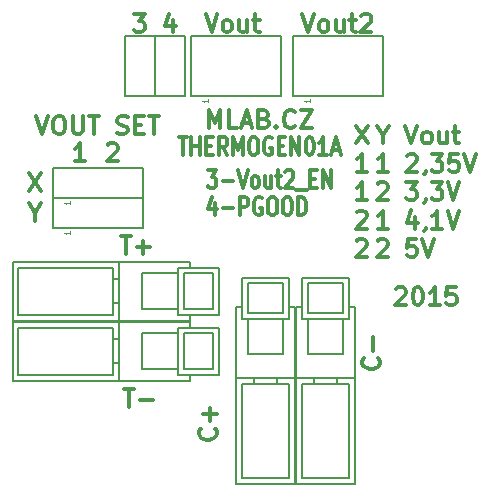
<source format=gbr>
G04 #@! TF.FileFunction,Legend,Top*
%FSLAX46Y46*%
G04 Gerber Fmt 4.6, Leading zero omitted, Abs format (unit mm)*
G04 Created by KiCad (PCBNEW 0.201508241000+6117~28~ubuntu15.04.1-product) date Út 25. srpen 2015, 11:09:19 CEST*
%MOMM*%
G01*
G04 APERTURE LIST*
%ADD10C,0.100000*%
%ADD11C,0.300000*%
%ADD12C,0.150000*%
%ADD13C,0.050000*%
G04 APERTURE END LIST*
D10*
D11*
X13747715Y29277429D02*
X13747715Y28277429D01*
X13390572Y29848857D02*
X13033429Y28777429D01*
X13962001Y28777429D01*
X10422001Y29777429D02*
X11350572Y29777429D01*
X10850572Y29206000D01*
X11064858Y29206000D01*
X11207715Y29134571D01*
X11279144Y29063143D01*
X11350572Y28920286D01*
X11350572Y28563143D01*
X11279144Y28420286D01*
X11207715Y28348857D01*
X11064858Y28277429D01*
X10636286Y28277429D01*
X10493429Y28348857D01*
X10422001Y28420286D01*
X14224858Y19363429D02*
X14910572Y19363429D01*
X14567715Y17863429D02*
X14567715Y19363429D01*
X15310572Y17863429D02*
X15310572Y19363429D01*
X15310572Y18649143D02*
X15996287Y18649143D01*
X15996287Y17863429D02*
X15996287Y19363429D01*
X16567715Y18649143D02*
X16967715Y18649143D01*
X17139144Y17863429D02*
X16567715Y17863429D01*
X16567715Y19363429D01*
X17139144Y19363429D01*
X18339144Y17863429D02*
X17939144Y18577714D01*
X17653429Y17863429D02*
X17653429Y19363429D01*
X18110572Y19363429D01*
X18224858Y19292000D01*
X18282001Y19220571D01*
X18339144Y19077714D01*
X18339144Y18863429D01*
X18282001Y18720571D01*
X18224858Y18649143D01*
X18110572Y18577714D01*
X17653429Y18577714D01*
X18853429Y17863429D02*
X18853429Y19363429D01*
X19253429Y18292000D01*
X19653429Y19363429D01*
X19653429Y17863429D01*
X20453430Y19363429D02*
X20682001Y19363429D01*
X20796287Y19292000D01*
X20910573Y19149143D01*
X20967715Y18863429D01*
X20967715Y18363429D01*
X20910573Y18077714D01*
X20796287Y17934857D01*
X20682001Y17863429D01*
X20453430Y17863429D01*
X20339144Y17934857D01*
X20224858Y18077714D01*
X20167715Y18363429D01*
X20167715Y18863429D01*
X20224858Y19149143D01*
X20339144Y19292000D01*
X20453430Y19363429D01*
X22110573Y19292000D02*
X21996287Y19363429D01*
X21824858Y19363429D01*
X21653430Y19292000D01*
X21539144Y19149143D01*
X21482001Y19006286D01*
X21424858Y18720571D01*
X21424858Y18506286D01*
X21482001Y18220571D01*
X21539144Y18077714D01*
X21653430Y17934857D01*
X21824858Y17863429D01*
X21939144Y17863429D01*
X22110573Y17934857D01*
X22167716Y18006286D01*
X22167716Y18506286D01*
X21939144Y18506286D01*
X22682001Y18649143D02*
X23082001Y18649143D01*
X23253430Y17863429D02*
X22682001Y17863429D01*
X22682001Y19363429D01*
X23253430Y19363429D01*
X23767715Y17863429D02*
X23767715Y19363429D01*
X24453430Y17863429D01*
X24453430Y19363429D01*
X25253430Y19363429D02*
X25367715Y19363429D01*
X25482001Y19292000D01*
X25539144Y19220571D01*
X25596287Y19077714D01*
X25653430Y18792000D01*
X25653430Y18434857D01*
X25596287Y18149143D01*
X25539144Y18006286D01*
X25482001Y17934857D01*
X25367715Y17863429D01*
X25253430Y17863429D01*
X25139144Y17934857D01*
X25082001Y18006286D01*
X25024858Y18149143D01*
X24967715Y18434857D01*
X24967715Y18792000D01*
X25024858Y19077714D01*
X25082001Y19220571D01*
X25139144Y19292000D01*
X25253430Y19363429D01*
X26796287Y17863429D02*
X26110572Y17863429D01*
X26453430Y17863429D02*
X26453430Y19363429D01*
X26339144Y19149143D01*
X26224858Y19006286D01*
X26110572Y18934857D01*
X27253429Y18292000D02*
X27824858Y18292000D01*
X27139144Y17863429D02*
X27539144Y19363429D01*
X27939144Y17863429D01*
X32607572Y6520571D02*
X32679001Y6592000D01*
X32821858Y6663429D01*
X33179001Y6663429D01*
X33321858Y6592000D01*
X33393287Y6520571D01*
X33464715Y6377714D01*
X33464715Y6234857D01*
X33393287Y6020571D01*
X32536144Y5163429D01*
X33464715Y5163429D01*
X34393286Y6663429D02*
X34536143Y6663429D01*
X34679000Y6592000D01*
X34750429Y6520571D01*
X34821858Y6377714D01*
X34893286Y6092000D01*
X34893286Y5734857D01*
X34821858Y5449143D01*
X34750429Y5306286D01*
X34679000Y5234857D01*
X34536143Y5163429D01*
X34393286Y5163429D01*
X34250429Y5234857D01*
X34179000Y5306286D01*
X34107572Y5449143D01*
X34036143Y5734857D01*
X34036143Y6092000D01*
X34107572Y6377714D01*
X34179000Y6520571D01*
X34250429Y6592000D01*
X34393286Y6663429D01*
X36321857Y5163429D02*
X35464714Y5163429D01*
X35893286Y5163429D02*
X35893286Y6663429D01*
X35750429Y6449143D01*
X35607571Y6306286D01*
X35464714Y6234857D01*
X37679000Y6663429D02*
X36964714Y6663429D01*
X36893285Y5949143D01*
X36964714Y6020571D01*
X37107571Y6092000D01*
X37464714Y6092000D01*
X37607571Y6020571D01*
X37679000Y5949143D01*
X37750428Y5806286D01*
X37750428Y5449143D01*
X37679000Y5306286D01*
X37607571Y5234857D01*
X37464714Y5163429D01*
X37107571Y5163429D01*
X36964714Y5234857D01*
X36893285Y5306286D01*
X16760572Y20149429D02*
X16760572Y21649429D01*
X17260572Y20578000D01*
X17760572Y21649429D01*
X17760572Y20149429D01*
X19189144Y20149429D02*
X18474858Y20149429D01*
X18474858Y21649429D01*
X19617715Y20578000D02*
X20332001Y20578000D01*
X19474858Y20149429D02*
X19974858Y21649429D01*
X20474858Y20149429D01*
X21474858Y20935143D02*
X21689144Y20863714D01*
X21760572Y20792286D01*
X21832001Y20649429D01*
X21832001Y20435143D01*
X21760572Y20292286D01*
X21689144Y20220857D01*
X21546286Y20149429D01*
X20974858Y20149429D01*
X20974858Y21649429D01*
X21474858Y21649429D01*
X21617715Y21578000D01*
X21689144Y21506571D01*
X21760572Y21363714D01*
X21760572Y21220857D01*
X21689144Y21078000D01*
X21617715Y21006571D01*
X21474858Y20935143D01*
X20974858Y20935143D01*
X22474858Y20292286D02*
X22546286Y20220857D01*
X22474858Y20149429D01*
X22403429Y20220857D01*
X22474858Y20292286D01*
X22474858Y20149429D01*
X24046287Y20292286D02*
X23974858Y20220857D01*
X23760572Y20149429D01*
X23617715Y20149429D01*
X23403430Y20220857D01*
X23260572Y20363714D01*
X23189144Y20506571D01*
X23117715Y20792286D01*
X23117715Y21006571D01*
X23189144Y21292286D01*
X23260572Y21435143D01*
X23403430Y21578000D01*
X23617715Y21649429D01*
X23760572Y21649429D01*
X23974858Y21578000D01*
X24046287Y21506571D01*
X24546287Y21649429D02*
X25546287Y21649429D01*
X24546287Y20149429D01*
X25546287Y20149429D01*
X24686000Y29777429D02*
X25186000Y28277429D01*
X25686000Y29777429D01*
X26400286Y28277429D02*
X26257428Y28348857D01*
X26186000Y28420286D01*
X26114571Y28563143D01*
X26114571Y28991714D01*
X26186000Y29134571D01*
X26257428Y29206000D01*
X26400286Y29277429D01*
X26614571Y29277429D01*
X26757428Y29206000D01*
X26828857Y29134571D01*
X26900286Y28991714D01*
X26900286Y28563143D01*
X26828857Y28420286D01*
X26757428Y28348857D01*
X26614571Y28277429D01*
X26400286Y28277429D01*
X28186000Y29277429D02*
X28186000Y28277429D01*
X27543143Y29277429D02*
X27543143Y28491714D01*
X27614571Y28348857D01*
X27757429Y28277429D01*
X27971714Y28277429D01*
X28114571Y28348857D01*
X28186000Y28420286D01*
X28686000Y29277429D02*
X29257429Y29277429D01*
X28900286Y29777429D02*
X28900286Y28491714D01*
X28971714Y28348857D01*
X29114572Y28277429D01*
X29257429Y28277429D01*
X29686000Y29634571D02*
X29757429Y29706000D01*
X29900286Y29777429D01*
X30257429Y29777429D01*
X30400286Y29706000D01*
X30471715Y29634571D01*
X30543143Y29491714D01*
X30543143Y29348857D01*
X30471715Y29134571D01*
X29614572Y28277429D01*
X30543143Y28277429D01*
X16510286Y29777429D02*
X17010286Y28277429D01*
X17510286Y29777429D01*
X18224572Y28277429D02*
X18081714Y28348857D01*
X18010286Y28420286D01*
X17938857Y28563143D01*
X17938857Y28991714D01*
X18010286Y29134571D01*
X18081714Y29206000D01*
X18224572Y29277429D01*
X18438857Y29277429D01*
X18581714Y29206000D01*
X18653143Y29134571D01*
X18724572Y28991714D01*
X18724572Y28563143D01*
X18653143Y28420286D01*
X18581714Y28348857D01*
X18438857Y28277429D01*
X18224572Y28277429D01*
X20010286Y29277429D02*
X20010286Y28277429D01*
X19367429Y29277429D02*
X19367429Y28491714D01*
X19438857Y28348857D01*
X19581715Y28277429D01*
X19796000Y28277429D01*
X19938857Y28348857D01*
X20010286Y28420286D01*
X20510286Y29277429D02*
X21081715Y29277429D01*
X20724572Y29777429D02*
X20724572Y28491714D01*
X20796000Y28348857D01*
X20938858Y28277429D01*
X21081715Y28277429D01*
X2187429Y21141429D02*
X2687429Y19641429D01*
X3187429Y21141429D01*
X3973143Y21141429D02*
X4258857Y21141429D01*
X4401715Y21070000D01*
X4544572Y20927143D01*
X4616000Y20641429D01*
X4616000Y20141429D01*
X4544572Y19855714D01*
X4401715Y19712857D01*
X4258857Y19641429D01*
X3973143Y19641429D01*
X3830286Y19712857D01*
X3687429Y19855714D01*
X3616000Y20141429D01*
X3616000Y20641429D01*
X3687429Y20927143D01*
X3830286Y21070000D01*
X3973143Y21141429D01*
X5258858Y21141429D02*
X5258858Y19927143D01*
X5330286Y19784286D01*
X5401715Y19712857D01*
X5544572Y19641429D01*
X5830286Y19641429D01*
X5973144Y19712857D01*
X6044572Y19784286D01*
X6116001Y19927143D01*
X6116001Y21141429D01*
X6616001Y21141429D02*
X7473144Y21141429D01*
X7044573Y19641429D02*
X7044573Y21141429D01*
X9044572Y19712857D02*
X9258858Y19641429D01*
X9616001Y19641429D01*
X9758858Y19712857D01*
X9830287Y19784286D01*
X9901715Y19927143D01*
X9901715Y20070000D01*
X9830287Y20212857D01*
X9758858Y20284286D01*
X9616001Y20355714D01*
X9330287Y20427143D01*
X9187429Y20498571D01*
X9116001Y20570000D01*
X9044572Y20712857D01*
X9044572Y20855714D01*
X9116001Y20998571D01*
X9187429Y21070000D01*
X9330287Y21141429D01*
X9687429Y21141429D01*
X9901715Y21070000D01*
X10544572Y20427143D02*
X11044572Y20427143D01*
X11258858Y19641429D02*
X10544572Y19641429D01*
X10544572Y21141429D01*
X11258858Y21141429D01*
X11687429Y21141429D02*
X12544572Y21141429D01*
X12116001Y19641429D02*
X12116001Y21141429D01*
X17310000Y13783429D02*
X17310000Y12783429D01*
X17024286Y14354857D02*
X16738571Y13283429D01*
X17481429Y13283429D01*
X17938571Y13354857D02*
X18852857Y13354857D01*
X19424285Y12783429D02*
X19424285Y14283429D01*
X19881428Y14283429D01*
X19995714Y14212000D01*
X20052857Y14140571D01*
X20110000Y13997714D01*
X20110000Y13783429D01*
X20052857Y13640571D01*
X19995714Y13569143D01*
X19881428Y13497714D01*
X19424285Y13497714D01*
X21252857Y14212000D02*
X21138571Y14283429D01*
X20967142Y14283429D01*
X20795714Y14212000D01*
X20681428Y14069143D01*
X20624285Y13926286D01*
X20567142Y13640571D01*
X20567142Y13426286D01*
X20624285Y13140571D01*
X20681428Y12997714D01*
X20795714Y12854857D01*
X20967142Y12783429D01*
X21081428Y12783429D01*
X21252857Y12854857D01*
X21310000Y12926286D01*
X21310000Y13426286D01*
X21081428Y13426286D01*
X22052857Y14283429D02*
X22281428Y14283429D01*
X22395714Y14212000D01*
X22510000Y14069143D01*
X22567142Y13783429D01*
X22567142Y13283429D01*
X22510000Y12997714D01*
X22395714Y12854857D01*
X22281428Y12783429D01*
X22052857Y12783429D01*
X21938571Y12854857D01*
X21824285Y12997714D01*
X21767142Y13283429D01*
X21767142Y13783429D01*
X21824285Y14069143D01*
X21938571Y14212000D01*
X22052857Y14283429D01*
X23310000Y14283429D02*
X23538571Y14283429D01*
X23652857Y14212000D01*
X23767143Y14069143D01*
X23824285Y13783429D01*
X23824285Y13283429D01*
X23767143Y12997714D01*
X23652857Y12854857D01*
X23538571Y12783429D01*
X23310000Y12783429D01*
X23195714Y12854857D01*
X23081428Y12997714D01*
X23024285Y13283429D01*
X23024285Y13783429D01*
X23081428Y14069143D01*
X23195714Y14212000D01*
X23310000Y14283429D01*
X24338571Y12783429D02*
X24338571Y14283429D01*
X24624286Y14283429D01*
X24795714Y14212000D01*
X24910000Y14069143D01*
X24967143Y13926286D01*
X25024286Y13640571D01*
X25024286Y13426286D01*
X24967143Y13140571D01*
X24910000Y12997714D01*
X24795714Y12854857D01*
X24624286Y12783429D01*
X24338571Y12783429D01*
X16681429Y16569429D02*
X17424286Y16569429D01*
X17024286Y15998000D01*
X17195714Y15998000D01*
X17310000Y15926571D01*
X17367143Y15855143D01*
X17424286Y15712286D01*
X17424286Y15355143D01*
X17367143Y15212286D01*
X17310000Y15140857D01*
X17195714Y15069429D01*
X16852857Y15069429D01*
X16738571Y15140857D01*
X16681429Y15212286D01*
X17938571Y15640857D02*
X18852857Y15640857D01*
X19252857Y16569429D02*
X19652857Y15069429D01*
X20052857Y16569429D01*
X20624285Y15069429D02*
X20509999Y15140857D01*
X20452856Y15212286D01*
X20395713Y15355143D01*
X20395713Y15783714D01*
X20452856Y15926571D01*
X20509999Y15998000D01*
X20624285Y16069429D01*
X20795713Y16069429D01*
X20909999Y15998000D01*
X20967142Y15926571D01*
X21024285Y15783714D01*
X21024285Y15355143D01*
X20967142Y15212286D01*
X20909999Y15140857D01*
X20795713Y15069429D01*
X20624285Y15069429D01*
X22052856Y16069429D02*
X22052856Y15069429D01*
X21538570Y16069429D02*
X21538570Y15283714D01*
X21595713Y15140857D01*
X21709999Y15069429D01*
X21881427Y15069429D01*
X21995713Y15140857D01*
X22052856Y15212286D01*
X22452856Y16069429D02*
X22909999Y16069429D01*
X22624284Y16569429D02*
X22624284Y15283714D01*
X22681427Y15140857D01*
X22795713Y15069429D01*
X22909999Y15069429D01*
X23252855Y16426571D02*
X23309998Y16498000D01*
X23424284Y16569429D01*
X23709998Y16569429D01*
X23824284Y16498000D01*
X23881427Y16426571D01*
X23938570Y16283714D01*
X23938570Y16140857D01*
X23881427Y15926571D01*
X23195713Y15069429D01*
X23938570Y15069429D01*
X24167141Y14926571D02*
X25081427Y14926571D01*
X25367141Y15855143D02*
X25767141Y15855143D01*
X25938570Y15069429D02*
X25367141Y15069429D01*
X25367141Y16569429D01*
X25938570Y16569429D01*
X26452855Y15069429D02*
X26452855Y16569429D01*
X27138570Y15069429D01*
X27138570Y16569429D01*
X31142714Y678715D02*
X31214143Y607286D01*
X31285571Y393000D01*
X31285571Y250143D01*
X31214143Y35858D01*
X31071286Y-107000D01*
X30928429Y-178428D01*
X30642714Y-249857D01*
X30428429Y-249857D01*
X30142714Y-178428D01*
X29999857Y-107000D01*
X29857000Y35858D01*
X29785571Y250143D01*
X29785571Y393000D01*
X29857000Y607286D01*
X29928429Y678715D01*
X30714143Y1321572D02*
X30714143Y2464429D01*
X17299714Y-5290285D02*
X17371143Y-5361714D01*
X17442571Y-5576000D01*
X17442571Y-5718857D01*
X17371143Y-5933142D01*
X17228286Y-6076000D01*
X17085429Y-6147428D01*
X16799714Y-6218857D01*
X16585429Y-6218857D01*
X16299714Y-6147428D01*
X16156857Y-6076000D01*
X16014000Y-5933142D01*
X15942571Y-5718857D01*
X15942571Y-5576000D01*
X16014000Y-5361714D01*
X16085429Y-5290285D01*
X16871143Y-4647428D02*
X16871143Y-3504571D01*
X17442571Y-4076000D02*
X16299714Y-4076000D01*
X33416857Y20353429D02*
X33916857Y18853429D01*
X34416857Y20353429D01*
X35131143Y18853429D02*
X34988285Y18924857D01*
X34916857Y18996286D01*
X34845428Y19139143D01*
X34845428Y19567714D01*
X34916857Y19710571D01*
X34988285Y19782000D01*
X35131143Y19853429D01*
X35345428Y19853429D01*
X35488285Y19782000D01*
X35559714Y19710571D01*
X35631143Y19567714D01*
X35631143Y19139143D01*
X35559714Y18996286D01*
X35488285Y18924857D01*
X35345428Y18853429D01*
X35131143Y18853429D01*
X36916857Y19853429D02*
X36916857Y18853429D01*
X36274000Y19853429D02*
X36274000Y19067714D01*
X36345428Y18924857D01*
X36488286Y18853429D01*
X36702571Y18853429D01*
X36845428Y18924857D01*
X36916857Y18996286D01*
X37416857Y19853429D02*
X37988286Y19853429D01*
X37631143Y20353429D02*
X37631143Y19067714D01*
X37702571Y18924857D01*
X37845429Y18853429D01*
X37988286Y18853429D01*
X33559714Y17810571D02*
X33631143Y17882000D01*
X33774000Y17953429D01*
X34131143Y17953429D01*
X34274000Y17882000D01*
X34345429Y17810571D01*
X34416857Y17667714D01*
X34416857Y17524857D01*
X34345429Y17310571D01*
X33488286Y16453429D01*
X34416857Y16453429D01*
X35131142Y16524857D02*
X35131142Y16453429D01*
X35059714Y16310571D01*
X34988285Y16239143D01*
X35631143Y17953429D02*
X36559714Y17953429D01*
X36059714Y17382000D01*
X36274000Y17382000D01*
X36416857Y17310571D01*
X36488286Y17239143D01*
X36559714Y17096286D01*
X36559714Y16739143D01*
X36488286Y16596286D01*
X36416857Y16524857D01*
X36274000Y16453429D01*
X35845428Y16453429D01*
X35702571Y16524857D01*
X35631143Y16596286D01*
X37916857Y17953429D02*
X37202571Y17953429D01*
X37131142Y17239143D01*
X37202571Y17310571D01*
X37345428Y17382000D01*
X37702571Y17382000D01*
X37845428Y17310571D01*
X37916857Y17239143D01*
X37988285Y17096286D01*
X37988285Y16739143D01*
X37916857Y16596286D01*
X37845428Y16524857D01*
X37702571Y16453429D01*
X37345428Y16453429D01*
X37202571Y16524857D01*
X37131142Y16596286D01*
X38416856Y17953429D02*
X38916856Y16453429D01*
X39416856Y17953429D01*
X33488286Y15553429D02*
X34416857Y15553429D01*
X33916857Y14982000D01*
X34131143Y14982000D01*
X34274000Y14910571D01*
X34345429Y14839143D01*
X34416857Y14696286D01*
X34416857Y14339143D01*
X34345429Y14196286D01*
X34274000Y14124857D01*
X34131143Y14053429D01*
X33702571Y14053429D01*
X33559714Y14124857D01*
X33488286Y14196286D01*
X35131142Y14124857D02*
X35131142Y14053429D01*
X35059714Y13910571D01*
X34988285Y13839143D01*
X35631143Y15553429D02*
X36559714Y15553429D01*
X36059714Y14982000D01*
X36274000Y14982000D01*
X36416857Y14910571D01*
X36488286Y14839143D01*
X36559714Y14696286D01*
X36559714Y14339143D01*
X36488286Y14196286D01*
X36416857Y14124857D01*
X36274000Y14053429D01*
X35845428Y14053429D01*
X35702571Y14124857D01*
X35631143Y14196286D01*
X36988285Y15553429D02*
X37488285Y14053429D01*
X37988285Y15553429D01*
X34274000Y12653429D02*
X34274000Y11653429D01*
X33916857Y13224857D02*
X33559714Y12153429D01*
X34488286Y12153429D01*
X35131142Y11724857D02*
X35131142Y11653429D01*
X35059714Y11510571D01*
X34988285Y11439143D01*
X36559714Y11653429D02*
X35702571Y11653429D01*
X36131143Y11653429D02*
X36131143Y13153429D01*
X35988286Y12939143D01*
X35845428Y12796286D01*
X35702571Y12724857D01*
X36988285Y13153429D02*
X37488285Y11653429D01*
X37988285Y13153429D01*
X34345429Y10753429D02*
X33631143Y10753429D01*
X33559714Y10039143D01*
X33631143Y10110571D01*
X33774000Y10182000D01*
X34131143Y10182000D01*
X34274000Y10110571D01*
X34345429Y10039143D01*
X34416857Y9896286D01*
X34416857Y9539143D01*
X34345429Y9396286D01*
X34274000Y9324857D01*
X34131143Y9253429D01*
X33774000Y9253429D01*
X33631143Y9324857D01*
X33559714Y9396286D01*
X34845428Y10753429D02*
X35345428Y9253429D01*
X35845428Y10753429D01*
X31496000Y19567714D02*
X31496000Y18853429D01*
X30996000Y20353429D02*
X31496000Y19567714D01*
X31996000Y20353429D01*
X31924572Y16453429D02*
X31067429Y16453429D01*
X31496001Y16453429D02*
X31496001Y17953429D01*
X31353144Y17739143D01*
X31210286Y17596286D01*
X31067429Y17524857D01*
X31067429Y15410571D02*
X31138858Y15482000D01*
X31281715Y15553429D01*
X31638858Y15553429D01*
X31781715Y15482000D01*
X31853144Y15410571D01*
X31924572Y15267714D01*
X31924572Y15124857D01*
X31853144Y14910571D01*
X30996001Y14053429D01*
X31924572Y14053429D01*
X31924572Y11653429D02*
X31067429Y11653429D01*
X31496001Y11653429D02*
X31496001Y13153429D01*
X31353144Y12939143D01*
X31210286Y12796286D01*
X31067429Y12724857D01*
X31067429Y10610571D02*
X31138858Y10682000D01*
X31281715Y10753429D01*
X31638858Y10753429D01*
X31781715Y10682000D01*
X31853144Y10610571D01*
X31924572Y10467714D01*
X31924572Y10324857D01*
X31853144Y10110571D01*
X30996001Y9253429D01*
X31924572Y9253429D01*
X29218001Y20353429D02*
X30218001Y18853429D01*
X30218001Y20353429D02*
X29218001Y18853429D01*
X30146572Y16453429D02*
X29289429Y16453429D01*
X29718001Y16453429D02*
X29718001Y17953429D01*
X29575144Y17739143D01*
X29432286Y17596286D01*
X29289429Y17524857D01*
X30146572Y14053429D02*
X29289429Y14053429D01*
X29718001Y14053429D02*
X29718001Y15553429D01*
X29575144Y15339143D01*
X29432286Y15196286D01*
X29289429Y15124857D01*
X29289429Y13010571D02*
X29360858Y13082000D01*
X29503715Y13153429D01*
X29860858Y13153429D01*
X30003715Y13082000D01*
X30075144Y13010571D01*
X30146572Y12867714D01*
X30146572Y12724857D01*
X30075144Y12510571D01*
X29218001Y11653429D01*
X30146572Y11653429D01*
X29289429Y10610571D02*
X29360858Y10682000D01*
X29503715Y10753429D01*
X29860858Y10753429D01*
X30003715Y10682000D01*
X30075144Y10610571D01*
X30146572Y10467714D01*
X30146572Y10324857D01*
X30075144Y10110571D01*
X29218001Y9253429D01*
X30146572Y9253429D01*
X1532001Y16315429D02*
X2532001Y14815429D01*
X2532001Y16315429D02*
X1532001Y14815429D01*
X6270572Y17355429D02*
X5413429Y17355429D01*
X5842001Y17355429D02*
X5842001Y18855429D01*
X5699144Y18641143D01*
X5556286Y18498286D01*
X5413429Y18426857D01*
X2032000Y12989714D02*
X2032000Y12275429D01*
X1532000Y13775429D02*
X2032000Y12989714D01*
X2532000Y13775429D01*
X8207429Y18712571D02*
X8278858Y18784000D01*
X8421715Y18855429D01*
X8778858Y18855429D01*
X8921715Y18784000D01*
X8993144Y18712571D01*
X9064572Y18569714D01*
X9064572Y18426857D01*
X8993144Y18212571D01*
X8136001Y17355429D01*
X9064572Y17355429D01*
X9564857Y-1972571D02*
X10422000Y-1972571D01*
X9993429Y-3472571D02*
X9993429Y-1972571D01*
X10922000Y-2901143D02*
X12064857Y-2901143D01*
X9310857Y10981429D02*
X10168000Y10981429D01*
X9739429Y9481429D02*
X9739429Y10981429D01*
X10668000Y10052857D02*
X11810857Y10052857D01*
X11239428Y9481429D02*
X11239428Y10624286D01*
D12*
X3556000Y11684000D02*
X3556000Y14224000D01*
X3556000Y14224000D02*
X11176000Y14224000D01*
X11176000Y14224000D02*
X11176000Y11684000D01*
X11176000Y11684000D02*
X3556000Y11684000D01*
X3556000Y14224000D02*
X3556000Y16764000D01*
X3556000Y16764000D02*
X11176000Y16764000D01*
X11176000Y16764000D02*
X11176000Y14224000D01*
X11176000Y14224000D02*
X3556000Y14224000D01*
X9652000Y27940000D02*
X12192000Y27940000D01*
X12192000Y27940000D02*
X12192000Y22860000D01*
X12192000Y22860000D02*
X9652000Y22860000D01*
X9652000Y22860000D02*
X9652000Y27940000D01*
X12192000Y27940000D02*
X14732000Y27940000D01*
X14732000Y27940000D02*
X14732000Y22860000D01*
X14732000Y22860000D02*
X12192000Y22860000D01*
X12192000Y22860000D02*
X12192000Y27940000D01*
X23876000Y22860000D02*
X23876000Y27940000D01*
X23876000Y27940000D02*
X31496000Y27940000D01*
X31496000Y27940000D02*
X31496000Y22860000D01*
X31496000Y22860000D02*
X23876000Y22860000D01*
X15240000Y22860000D02*
X15240000Y27940000D01*
X15240000Y27940000D02*
X22860000Y27940000D01*
X22860000Y27940000D02*
X22860000Y22860000D01*
X22860000Y22860000D02*
X15240000Y22860000D01*
X15160000Y3850000D02*
X15160000Y4350000D01*
X15160000Y8350000D02*
X15160000Y8850000D01*
X9160000Y3849900D02*
X9160000Y8850100D01*
X160000Y3849900D02*
X160000Y8850100D01*
X17160000Y4849000D02*
X17160000Y7851000D01*
X14660100Y4849000D02*
X14660100Y7851000D01*
X17660100Y8350000D02*
X17660100Y4350000D01*
X14160000Y8350000D02*
X14160000Y4350000D01*
X11160000Y4849900D02*
X11160000Y7850100D01*
X8659900Y8350000D02*
X8659900Y4350000D01*
X659900Y4350000D02*
X659900Y8350000D01*
X8659900Y5350000D02*
X9160000Y5350000D01*
X14660100Y4850000D02*
X17160000Y4850000D01*
X14160000Y4350000D02*
X17660100Y4350000D01*
X8659900Y7350000D02*
X9160000Y7350000D01*
X14660100Y7850000D02*
X17160000Y7850000D01*
X14160000Y8350000D02*
X17661000Y8350000D01*
X11160000Y4850000D02*
X14160000Y4850000D01*
X659900Y4350000D02*
X8659900Y4350000D01*
X9160000Y3850000D02*
X15160000Y3850000D01*
X11160000Y7850000D02*
X14160000Y7850000D01*
X659900Y8350000D02*
X8659900Y8350000D01*
X9160000Y8850000D02*
X15160000Y8850000D01*
X9160000Y3850000D02*
X160000Y3850000D01*
X160000Y8850000D02*
X9160000Y8850000D01*
X15160000Y-1230000D02*
X15160000Y-730000D01*
X15160000Y3270000D02*
X15160000Y3770000D01*
X9160000Y-1230100D02*
X9160000Y3770100D01*
X160000Y-1230100D02*
X160000Y3770100D01*
X17160000Y-231000D02*
X17160000Y2771000D01*
X14660100Y-231000D02*
X14660100Y2771000D01*
X17660100Y3270000D02*
X17660100Y-730000D01*
X14160000Y3270000D02*
X14160000Y-730000D01*
X11160000Y-230100D02*
X11160000Y2770100D01*
X8659900Y3270000D02*
X8659900Y-730000D01*
X659900Y-730000D02*
X659900Y3270000D01*
X8659900Y270000D02*
X9160000Y270000D01*
X14660100Y-230000D02*
X17160000Y-230000D01*
X14160000Y-730000D02*
X17660100Y-730000D01*
X8659900Y2270000D02*
X9160000Y2270000D01*
X14660100Y2770000D02*
X17160000Y2770000D01*
X14160000Y3270000D02*
X17661000Y3270000D01*
X11160000Y-230000D02*
X14160000Y-230000D01*
X659900Y-730000D02*
X8659900Y-730000D01*
X9160000Y-1230000D02*
X15160000Y-1230000D01*
X11160000Y2770000D02*
X14160000Y2770000D01*
X659900Y3270000D02*
X8659900Y3270000D01*
X9160000Y3770000D02*
X15160000Y3770000D01*
X9160000Y-1230000D02*
X160000Y-1230000D01*
X160000Y3770000D02*
X9160000Y3770000D01*
X29170000Y5000000D02*
X28670000Y5000000D01*
X24670000Y5000000D02*
X24170000Y5000000D01*
X29170100Y-1000000D02*
X24169900Y-1000000D01*
X29170100Y-10000000D02*
X24169900Y-10000000D01*
X28171000Y7000000D02*
X25169000Y7000000D01*
X28171000Y4500100D02*
X25169000Y4500100D01*
X24670000Y7500100D02*
X28670000Y7500100D01*
X24670000Y4000000D02*
X28670000Y4000000D01*
X28170100Y1000000D02*
X25169900Y1000000D01*
X24670000Y-1500100D02*
X28670000Y-1500100D01*
X28670000Y-9500100D02*
X24670000Y-9500100D01*
X27670000Y-1500100D02*
X27670000Y-1000000D01*
X28170000Y4500100D02*
X28170000Y7000000D01*
X28670000Y4000000D02*
X28670000Y7500100D01*
X25670000Y-1500100D02*
X25670000Y-1000000D01*
X25170000Y4500100D02*
X25170000Y7000000D01*
X24670000Y4000000D02*
X24670000Y7501000D01*
X28170000Y1000000D02*
X28170000Y4000000D01*
X28670000Y-9500100D02*
X28670000Y-1500100D01*
X29170000Y-1000000D02*
X29170000Y5000000D01*
X25170000Y1000000D02*
X25170000Y4000000D01*
X24670000Y-9500100D02*
X24670000Y-1500100D01*
X24170000Y-1000000D02*
X24170000Y5000000D01*
X29170000Y-1000000D02*
X29170000Y-10000000D01*
X24170000Y-10000000D02*
X24170000Y-1000000D01*
X24090000Y5000000D02*
X23590000Y5000000D01*
X19590000Y5000000D02*
X19090000Y5000000D01*
X24090100Y-1000000D02*
X19089900Y-1000000D01*
X24090100Y-10000000D02*
X19089900Y-10000000D01*
X23091000Y7000000D02*
X20089000Y7000000D01*
X23091000Y4500100D02*
X20089000Y4500100D01*
X19590000Y7500100D02*
X23590000Y7500100D01*
X19590000Y4000000D02*
X23590000Y4000000D01*
X23090100Y1000000D02*
X20089900Y1000000D01*
X19590000Y-1500100D02*
X23590000Y-1500100D01*
X23590000Y-9500100D02*
X19590000Y-9500100D01*
X22590000Y-1500100D02*
X22590000Y-1000000D01*
X23090000Y4500100D02*
X23090000Y7000000D01*
X23590000Y4000000D02*
X23590000Y7500100D01*
X20590000Y-1500100D02*
X20590000Y-1000000D01*
X20090000Y4500100D02*
X20090000Y7000000D01*
X19590000Y4000000D02*
X19590000Y7501000D01*
X23090000Y1000000D02*
X23090000Y4000000D01*
X23590000Y-9500100D02*
X23590000Y-1500100D01*
X24090000Y-1000000D02*
X24090000Y5000000D01*
X20090000Y1000000D02*
X20090000Y4000000D01*
X19590000Y-9500100D02*
X19590000Y-1500100D01*
X19090000Y-1000000D02*
X19090000Y5000000D01*
X24090000Y-1000000D02*
X24090000Y-10000000D01*
X19090000Y-10000000D02*
X19090000Y-1000000D01*
D13*
X5052190Y11445857D02*
X5052190Y11160143D01*
X5052190Y11303000D02*
X4552190Y11303000D01*
X4623619Y11255381D01*
X4671238Y11207762D01*
X4695048Y11160143D01*
X5052190Y13985857D02*
X5052190Y13700143D01*
X5052190Y13843000D02*
X4552190Y13843000D01*
X4623619Y13795381D01*
X4671238Y13747762D01*
X4695048Y13700143D01*
X25372190Y22621857D02*
X25372190Y22336143D01*
X25372190Y22479000D02*
X24872190Y22479000D01*
X24943619Y22431381D01*
X24991238Y22383762D01*
X25015048Y22336143D01*
X16736190Y22621857D02*
X16736190Y22336143D01*
X16736190Y22479000D02*
X16236190Y22479000D01*
X16307619Y22431381D01*
X16355238Y22383762D01*
X16379048Y22336143D01*
M02*

</source>
